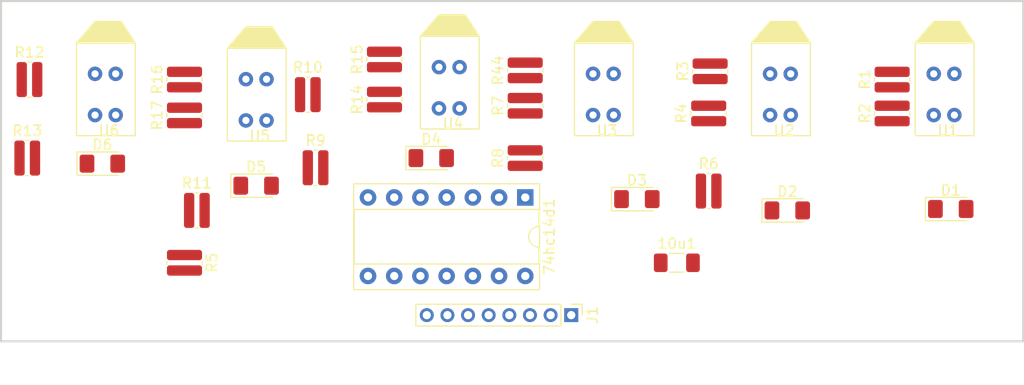
<source format=kicad_pcb>
(kicad_pcb (version 20211014) (generator pcbnew)
  (layers (0 "F.Cu" signal) (31 "B.Cu" signal) (34 "B.Paste" user) (35 "F.Paste" user) (36 "B.SilkS" user "B.Silkscreen") (37 "F.SilkS" user "F.Silkscreen") (38 "B.Mask" user) (39 "F.Mask" user) (44 "Edge.Cuts" user))
  (net 0 "")
  (net 1 "Net-(R1-Pad1)")
  (net 2 "GND")
  (net 3 "Net-(74hc14d1-Pad1)")
  (net 4 "Net-(R3-Pad1)")
  (net 5 "Net-(74hc14d1-Pad3)")
  (net 6 "Net-(R6-Pad1)")
  (net 7 "Net-(74hc14d1-Pad5)")
  (net 8 "Net-(R14-Pad1)")
  (net 9 "Net-(74hc14d1-Pad11)")
  (net 10 "Net-(R16-Pad1)")
  (net 11 "Net-(74hc14d1-Pad9)")
  (net 12 "Net-(R12-Pad1)")
  (net 13 "Net-(74hc14d1-Pad13)")
  (net 14 "VCC")
  (net 15 "Net-(D5-Pad1)")
  (net 16 "Net-(D1-Pad1)")
  (net 17 "Net-(D2-Pad1)")
  (net 18 "Net-(D3-Pad1)")
  (net 19 "Net-(D4-Pad1)")
  (net 20 "Net-(R12-Pad2)")
  (net 21 "Net-(R14-Pad2)")
  (net 22 "Net-(R16-Pad2)")
  (net 23 "Net-(74hc14d1-Pad2)")
  (net 24 "Net-(74hc14d1-Pad4)")
  (net 25 "Net-(74hc14d1-Pad6)")
  (net 26 "Net-(74hc14d1-Pad8)")
  (net 27 "Net-(74hc14d1-Pad10)")
  (net 28 "Pin8")
  (net 29 "Net-(R44-Pad1)")
  (footprint "Resistor_SMD:R_0612_1632Metric" (layer "F.Cu") (at 190.5 83.82 90)
    (fp_text reference "R1" (at 0 -2.65 90) (layer "F.SilkS"))
    (fp_text value "221")
    (fp_line (start -0.182983 1.71) (end 0.182983 1.71) (layer "F.SilkS") (width 0.12))
    (fp_line (start -0.182983 -1.71) (end 0.182983 -1.71) (layer "F.SilkS") (width 0.12))
    (pad "1" smd roundrect (at -0.75 0 90) (size 1 3.4) (layers "F.Cu" "F.Paste" "F.Mask") (net 1 "Net-(R1-Pad1)"))
    (pad "2" smd roundrect (at 0.75 0 90) (size 1 3.4) (layers "F.Cu" "F.Paste" "F.Mask") (net 14 "VCC"))
  )
  (footprint "LED_SMD:LED_1206_3216Metric_Pad1.42x1.75mm_HandSolder" (layer "F.Cu") (at 113.96 91.98)
    (fp_text reference "D6" (at 0 -1.82) (layer "F.SilkS"))
    (fp_text value "LED")
    (fp_line (start -2.46 1.135) (end 1.6 1.135) (layer "F.SilkS") (width 0.12))
    (fp_line (start -2.46 -1.135) (end -2.46 1.135) (layer "F.SilkS") (width 0.12))
    (fp_line (start 1.6 -1.135) (end -2.46 -1.135) (layer "F.SilkS") (width 0.12))
    (pad "1" smd roundrect (at -1.4875 0) (size 1.425 1.75) (layers "F.Cu" "F.Paste" "F.Mask") (roundrect_rratio 0.175439) (net 6 "Net-(R6-Pad1)"))
    (pad "2" smd roundrect (at 1.4875 0) (size 1.425 1.75) (layers "F.Cu" "F.Paste" "F.Mask") (roundrect_rratio 0.175439) (net 28 "Pin8"))
  )
  (footprint "Resistor_SMD:R_0612_1632Metric" (layer "F.Cu") (at 123.12 96.52)
    (fp_text reference "R11" (at 0 -2.65) (layer "F.SilkS"))
    (fp_text value "102")
    (fp_line (start -0.182983 1.71) (end 0.182983 1.71) (layer "F.SilkS") (width 0.12))
    (fp_line (start -0.182983 -1.71) (end 0.182983 -1.71) (layer "F.SilkS") (width 0.12))
    (pad "1" smd roundrect (at -0.75 0) (size 1 3.4) (layers "F.Cu" "F.Paste" "F.Mask") (net 19 "Net-(D4-Pad1)"))
    (pad "2" smd roundrect (at 0.75 0) (size 1 3.4) (layers "F.Cu" "F.Paste" "F.Mask") (net 2 "GND"))
  )
  (footprint "LED_SMD:LED_1206_3216Metric_Pad1.42x1.75mm_HandSolder" (layer "F.Cu") (at 165.76 95.42)
    (fp_text reference "D3" (at 0 -1.82) (layer "F.SilkS"))
    (fp_text value "LED")
    (fp_line (start 1.6 -1.135) (end -2.46 -1.135) (layer "F.SilkS") (width 0.12))
    (fp_line (start -2.46 1.135) (end 1.6 1.135) (layer "F.SilkS") (width 0.12))
    (fp_line (start -2.46 -1.135) (end -2.46 1.135) (layer "F.SilkS") (width 0.12))
    (pad "1" smd roundrect (at -1.4875 0) (size 1.425 1.75) (layers "F.Cu" "F.Paste" "F.Mask") (roundrect_rratio 0.175439) (net 18 "Net-(D3-Pad1)"))
    (pad "2" smd roundrect (at 1.4875 0) (size 1.425 1.75) (layers "F.Cu" "F.Paste" "F.Mask") (roundrect_rratio 0.175439) (net 25 "Net-(74hc14d1-Pad6)"))
  )
  (footprint "Resistor_SMD:R_0612_1632Metric" (layer "F.Cu") (at 154.94 91.44 90)
    (fp_text reference "R8" (at 0 -2.65 90) (layer "F.SilkS"))
    (fp_text value "102")
    (fp_line (start -0.182983 1.71) (end 0.182983 1.71) (layer "F.SilkS") (width 0.12))
    (fp_line (start -0.182983 -1.71) (end 0.182983 -1.71) (layer "F.SilkS") (width 0.12))
    (pad "1" smd roundrect (at -0.75 0 90) (size 1 3.4) (layers "F.Cu" "F.Paste" "F.Mask") (net 16 "Net-(D1-Pad1)"))
    (pad "2" smd roundrect (at 0.75 0 90) (size 1 3.4) (layers "F.Cu" "F.Paste" "F.Mask") (net 2 "GND"))
  )
  (footprint "sensor:tcrt5000" (layer "F.Cu") (at 195.89 89.265)
    (fp_text reference "U1" (at 0 -0.5 unlocked) (layer "F.SilkS"))
    (fp_text value "TCMT4106")
    (fp_rect (start 2.54 0) (end -3.16 -9) (layer "F.SilkS") (width 0.12) (fill none))
    (fp_poly (pts (xy 2.54 -9) (xy -3.16 -9) (xy -1.36 -11.08) (xy 1.18 -11.08)) (layer "F.SilkS") (width 0.12) (fill solid))
    (pad "1" thru_hole circle (at -1.36 -6) (size 1.4 1.4) (drill 0.7) (layers *.Mask "F.Cu" "In1.Cu" "B.Cu") (net 1 "Net-(R1-Pad1)"))
    (pad "2" thru_hole circle (at 0.64 -6) (size 1.4 1.4) (drill 0.7) (layers *.Mask "F.Cu" "In1.Cu" "B.Cu") (net 2 "GND"))
    (pad "15" thru_hole circle (at 0.64 -2) (size 1.4 1.4) (drill 0.7) (layers *.Mask "F.Cu" "In1.Cu" "B.Cu") (net 2 "GND"))
    (pad "16" thru_hole circle (at -1.36 -2) (size 1.4 1.4) (drill 0.7) (layers *.Mask "F.Cu" "In1.Cu" "B.Cu") (net 3 "Net-(74hc14d1-Pad1)"))
  )
  (footprint "Capacitor_SMD:C_1206_3216Metric_Pad1.33x1.80mm_HandSolder" (layer "F.Cu") (at 169.633748 101.6)
    (fp_text reference "10u1" (at 0 -1.85) (layer "F.SilkS"))
    (fp_text value "CAP")
    (fp_line (start -0.711252 0.91) (end 0.711252 0.91) (layer "F.SilkS") (width 0.12))
    (fp_line (start -0.711252 -0.91) (end 0.711252 -0.91) (layer "F.SilkS") (width 0.12))
    (pad "1" smd roundrect (at -1.5625 0) (size 1.325 1.8) (layers "F.Cu" "F.Paste" "F.Mask") (roundrect_rratio 0.188679) (net 14 "VCC"))
    (pad "2" smd roundrect (at 1.5625 0) (size 1.325 1.8) (layers "F.Cu" "F.Paste" "F.Mask") (roundrect_rratio 0.188679) (net 2 "GND"))
  )
  (footprint "Resistor_SMD:R_0612_1632Metric" (layer "F.Cu") (at 190.5 87.11 90)
    (fp_text reference "R2" (at 0 -2.65 90) (layer "F.SilkS"))
    (fp_text value "103")
    (fp_line (start -0.182983 -1.71) (end 0.182983 -1.71) (layer "F.SilkS") (width 0.12))
    (fp_line (start -0.182983 1.71) (end 0.182983 1.71) (layer "F.SilkS") (width 0.12))
    (pad "1" smd roundrect (at -0.75 0 90) (size 1 3.4) (layers "F.Cu" "F.Paste" "F.Mask") (net 3 "Net-(74hc14d1-Pad1)"))
    (pad "2" smd roundrect (at 0.75 0 90) (size 1 3.4) (layers "F.Cu" "F.Paste" "F.Mask") (net 14 "VCC"))
  )
  (footprint "sensor:tcrt5000" (layer "F.Cu") (at 114.61 89.265)
    (fp_text reference "U6" (at 0 -0.5 unlocked) (layer "F.SilkS"))
    (fp_text value "TCMT4106")
    (fp_rect (start 2.54 0) (end -3.16 -9) (layer "F.SilkS") (width 0.12) (fill none))
    (fp_poly (pts (xy 2.54 -9) (xy -3.16 -9) (xy -1.36 -11.08) (xy 1.18 -11.08)) (layer "F.SilkS") (width 0.12) (fill solid))
    (pad "1" thru_hole circle (at -1.36 -6) (size 1.4 1.4) (drill 0.7) (layers *.Mask "F.Cu" "In1.Cu" "B.Cu") (net 12 "Net-(R12-Pad1)"))
    (pad "2" thru_hole circle (at 0.64 -6) (size 1.4 1.4) (drill 0.7) (layers *.Mask "F.Cu" "In1.Cu" "B.Cu") (net 2 "GND"))
    (pad "15" thru_hole circle (at 0.64 -2) (size 1.4 1.4) (drill 0.7) (layers *.Mask "F.Cu" "In1.Cu" "B.Cu") (net 2 "GND"))
    (pad "16" thru_hole circle (at -1.36 -2) (size 1.4 1.4) (drill 0.7) (layers *.Mask "F.Cu" "In1.Cu" "B.Cu") (net 13 "Net-(74hc14d1-Pad13)"))
  )
  (footprint "Resistor_SMD:R_0612_1632Metric" (layer "F.Cu") (at 172.72 87.11 90)
    (fp_text reference "R4" (at 0 -2.65 90) (layer "F.SilkS"))
    (fp_text value "103")
    (fp_line (start -0.182983 -1.71) (end 0.182983 -1.71) (layer "F.SilkS") (width 0.12))
    (fp_line (start -0.182983 1.71) (end 0.182983 1.71) (layer "F.SilkS") (width 0.12))
    (pad "1" smd roundrect (at -0.75 0 90) (size 1 3.4) (layers "F.Cu" "F.Paste" "F.Mask") (net 5 "Net-(74hc14d1-Pad3)"))
    (pad "2" smd roundrect (at 0.75 0 90) (size 1 3.4) (layers "F.Cu" "F.Paste" "F.Mask") (net 14 "VCC"))
  )
  (footprint "Resistor_SMD:R_0612_1632Metric" (layer "F.Cu") (at 121.92 87.3 90)
    (fp_text reference "R17" (at 0 -2.65 90) (layer "F.SilkS"))
    (fp_text value "103")
    (fp_line (start -0.182983 -1.71) (end 0.182983 -1.71) (layer "F.SilkS") (width 0.12))
    (fp_line (start -0.182983 1.71) (end 0.182983 1.71) (layer "F.SilkS") (width 0.12))
    (pad "1" smd roundrect (at -0.75 0 90) (size 1 3.4) (layers "F.Cu" "F.Paste" "F.Mask") (net 11 "Net-(74hc14d1-Pad9)"))
    (pad "2" smd roundrect (at 0.75 0 90) (size 1 3.4) (layers "F.Cu" "F.Paste" "F.Mask") (net 22 "Net-(R16-Pad2)"))
  )
  (footprint "LED_SMD:LED_1206_3216Metric_Pad1.42x1.75mm_HandSolder" (layer "F.Cu") (at 128.8625 94.12)
    (fp_text reference "D5" (at 0 -1.82) (layer "F.SilkS"))
    (fp_text value "LED")
    (fp_line (start 1.6 -1.135) (end -2.46 -1.135) (layer "F.SilkS") (width 0.12))
    (fp_line (start -2.46 -1.135) (end -2.46 1.135) (layer "F.SilkS") (width 0.12))
    (fp_line (start -2.46 1.135) (end 1.6 1.135) (layer "F.SilkS") (width 0.12))
    (pad "1" smd roundrect (at -1.4875 0) (size 1.425 1.75) (layers "F.Cu" "F.Paste" "F.Mask") (roundrect_rratio 0.175439) (net 15 "Net-(D5-Pad1)"))
    (pad "2" smd roundrect (at 1.4875 0) (size 1.425 1.75) (layers "F.Cu" "F.Paste" "F.Mask") (roundrect_rratio 0.175439) (net 26 "Net-(74hc14d1-Pad8)"))
  )
  (footprint "Resistor_SMD:R_0612_1632Metric" (layer "F.Cu") (at 133.87 85.285)
    (fp_text reference "R10" (at 0 -2.65) (layer "F.SilkS"))
    (fp_text value "102")
    (fp_line (start -0.182983 1.71) (end 0.182983 1.71) (layer "F.SilkS") (width 0.12))
    (fp_line (start -0.182983 -1.71) (end 0.182983 -1.71) (layer "F.SilkS") (width 0.12))
    (pad "1" smd roundrect (at -0.75 0) (size 1 3.4) (layers "F.Cu" "F.Paste" "F.Mask") (net 18 "Net-(D3-Pad1)"))
    (pad "2" smd roundrect (at 0.75 0) (size 1 3.4) (layers "F.Cu" "F.Paste" "F.Mask") (net 2 "GND"))
  )
  (footprint "Resistor_SMD:R_0612_1632Metric" (layer "F.Cu") (at 141.3 85.76 90)
    (fp_text reference "R14" (at 0 -2.65 90) (layer "F.SilkS"))
    (fp_text value "221")
    (fp_line (start -0.182983 1.71) (end 0.182983 1.71) (layer "F.SilkS") (width 0.12))
    (fp_line (start -0.182983 -1.71) (end 0.182983 -1.71) (layer "F.SilkS") (width 0.12))
    (pad "1" smd roundrect (at -0.75 0 90) (size 1 3.4) (layers "F.Cu" "F.Paste" "F.Mask") (net 8 "Net-(R14-Pad1)"))
    (pad "2" smd roundrect (at 0.75 0 90) (size 1 3.4) (layers "F.Cu" "F.Paste" "F.Mask") (net 21 "Net-(R14-Pad2)"))
  )
  (footprint "LED_SMD:LED_1206_3216Metric_Pad1.42x1.75mm_HandSolder" (layer "F.Cu") (at 180.34 96.52)
    (fp_text reference "D2" (at 0 -1.82) (layer "F.SilkS"))
    (fp_text value "LED")
    (fp_line (start -2.46 1.135) (end 1.6 1.135) (layer "F.SilkS") (width 0.12))
    (fp_line (start -2.46 -1.135) (end -2.46 1.135) (layer "F.SilkS") (width 0.12))
    (fp_line (start 1.6 -1.135) (end -2.46 -1.135) (layer "F.SilkS") (width 0.12))
    (pad "1" smd roundrect (at -1.4875 0) (size 1.425 1.75) (layers "F.Cu" "F.Paste" "F.Mask") (roundrect_rratio 0.175439) (net 17 "Net-(D2-Pad1)"))
    (pad "2" smd roundrect (at 1.4875 0) (size 1.425 1.75) (layers "F.Cu" "F.Paste" "F.Mask") (roundrect_rratio 0.175439) (net 24 "Net-(74hc14d1-Pad4)"))
  )
  (footprint "Resistor_SMD:R_0612_1632Metric" (layer "F.Cu") (at 154.94 86.36 90)
    (fp_text reference "R7" (at 0 -2.65 90) (layer "F.SilkS"))
    (fp_text value "103")
    (fp_line (start -0.182983 -1.71) (end 0.182983 -1.71) (layer "F.SilkS") (width 0.12))
    (fp_line (start -0.182983 1.71) (end 0.182983 1.71) (layer "F.SilkS") (width 0.12))
    (pad "1" smd roundrect (at -0.75 0 90) (size 1 3.4) (layers "F.Cu" "F.Paste" "F.Mask") (net 7 "Net-(74hc14d1-Pad5)"))
    (pad "2" smd roundrect (at 0.75 0 90) (size 1 3.4) (layers "F.Cu" "F.Paste" "F.Mask") (net 14 "VCC"))
  )
  (footprint "sensor:tcrt5000" (layer "F.Cu") (at 147.94 88.615)
    (fp_text reference "U4" (at 0 -0.5 unlocked) (layer "F.SilkS"))
    (fp_text value "TCMT4106")
    (fp_rect (start 2.54 0) (end -3.16 -9) (layer "F.SilkS") (width 0.12) (fill none))
    (fp_poly (pts (xy 2.54 -9) (xy -3.16 -9) (xy -1.36 -11.08) (xy 1.18 -11.08)) (layer "F.SilkS") (width 0.12) (fill solid))
    (pad "1" thru_hole circle (at -1.36 -6) (size 1.4 1.4) (drill 0.7) (layers *.Mask "F.Cu" "In1.Cu" "B.Cu") (net 8 "Net-(R14-Pad1)"))
    (pad "2" thru_hole circle (at 0.64 -6) (size 1.4 1.4) (drill 0.7) (layers *.Mask "F.Cu" "In1.Cu" "B.Cu") (net 2 "GND"))
    (pad "15" thru_hole circle (at 0.64 -2) (size 1.4 1.4) (drill 0.7) (layers *.Mask "F.Cu" "In1.Cu" "B.Cu") (net 2 "GND"))
    (pad "16" thru_hole circle (at -1.36 -2) (size 1.4 1.4) (drill 0.7) (layers *.Mask "F.Cu" "In1.Cu" "B.Cu") (net 9 "Net-(74hc14d1-Pad11)"))
  )
  (footprint "Connector_PinHeader_2.00mm:PinHeader_1x08_P2.00mm_Vertical" (layer "F.Cu") (at 159.4 106.68 -90)
    (fp_text reference "J1" (at 0 -2.06 90) (layer "F.SilkS"))
    (fp_text value "Conn_01x08_Male")
    (fp_line (start -1.06 15.06) (end 1.06 15.06) (layer "F.SilkS") (width 0.12))
    (fp_line (start -1.06 1) (end 1.06 1) (layer "F.SilkS") (width 0.12))
    (fp_line (start -1.06 -1.06) (end 0 -1.06) (layer "F.SilkS") (width 0.12))
    (fp_line (start -1.06 0) (end -1.06 -1.06) (layer "F.SilkS") (width 0.12))
    (fp_line (start 1.06 1) (end 1.06 15.06) (layer "F.SilkS") (width 0.12))
    (fp_line (start -1.06 1) (end -1.06 15.06) (layer "F.SilkS") (width 0.12))
    (pad "1" thru_hole rect (at 0 0 270) (size 1.35 1.35) (drill 0.8) (layers *.Cu *.Mask) (net 2 "GND"))
    (pad "2" thru_hole oval (at 0 2 270) (size 1.35 1.35) (drill 0.8) (layers *.Cu *.Mask) (net 14 "VCC"))
    (pad "3" thru_hole oval (at 0 4 270) (size 1.35 1.35) (drill 0.8) (layers *.Cu *.Mask) (net 23 "Net-(74hc14d1-Pad2)"))
    (pad "4" thru_hole oval (at 0 6 270) (size 1.35 1.35) (drill 0.8) (layers *.Cu *.Mask) (net 24 "Net-(74hc14d1-Pad4)"))
    (pad "5" thru_hole oval (at 0 8 270) (size 1.35 1.35) (drill 0.8) (layers *.Cu *.Mask) (net 25 "Net-(74hc14d1-Pad6)"))
    (pad "6" thru_hole oval (at 0 10 270) (size 1.35 1.35) (drill 0.8) (layers *.Cu *.Mask) (net 27 "Net-(74hc14d1-Pad10)"))
    (pad "7" thru_hole oval (at 0 12 270) (size 1.35 1.35) (drill 0.8) (layers *.Cu *.Mask) (net 26 "Net-(74hc14d1-Pad8)"))
    (pad "8" thru_hole oval (at 0 14 270) (size 1.35 1.35) (drill 0.8) (layers *.Cu *.Mask) (net 28 "Pin8"))
  )
  (footprint "Resistor_SMD:R_0612_1632Metric" (layer "F.Cu") (at 121.92 83.82 90)
    (fp_text reference "R16" (at 0 -2.65 90) (layer "F.SilkS"))
    (fp_text value "221")
    (fp_line (start -0.182983 1.71) (end 0.182983 1.71) (layer "F.SilkS") (width 0.12))
    (fp_line (start -0.182983 -1.71) (end 0.182983 -1.71) (layer "F.SilkS") (width 0.12))
    (pad "1" smd roundrect (at -0.75 0 90) (size 1 3.4) (layers "F.Cu" "F.Paste" "F.Mask") (net 10 "Net-(R16-Pad1)"))
    (pad "2" smd roundrect (at 0.75 0 90) (size 1 3.4) (layers "F.Cu" "F.Paste" "F.Mask") (net 22 "Net-(R16-Pad2)"))
  )
  (footprint "sensor:tcrt5000" (layer "F.Cu") (at 129.23 89.785)
    (fp_text reference "U5" (at 0 -0.5 unlocked) (layer "F.SilkS"))
    (fp_text value "TCMT4106")
    (fp_rect (start 2.54 0) (end -3.16 -9) (layer "F.SilkS") (width 0.12) (fill none))
    (fp_poly (pts (xy 2.54 -9) (xy -3.16 -9) (xy -1.36 -11.08) (xy 1.18 -11.08)) (layer "F.SilkS") (width 0.12) (fill solid))
    (pad "1" thru_hole circle (at -1.36 -6) (size 1.4 1.4) (drill 0.7) (layers *.Mask "F.Cu" "In1.Cu" "B.Cu") (net 10 "Net-(R16-Pad1)"))
    (pad "2" thru_hole circle (at 0.64 -6) (size 1.4 1.4) (drill 0.7) (layers *.Mask "F.Cu" "In1.Cu" "B.Cu") (net 2 "GND"))
    (pad "15" thru_hole circle (at 0.64 -2) (size 1.4 1.4) (drill 0.7) (layers *.Mask "F.Cu" "In1.Cu" "B.Cu") (net 2 "GND"))
    (pad "16" thru_hole circle (at -1.36 -2) (size 1.4 1.4) (drill 0.7) (layers *.Mask "F.Cu" "In1.Cu" "B.Cu") (net 11 "Net-(74hc14d1-Pad9)"))
  )
  (footprint "LED_SMD:LED_1206_3216Metric_Pad1.42x1.75mm_HandSolder" (layer "F.Cu") (at 145.8325 91.44)
    (fp_text reference "D4" (at 0 -1.82) (layer "F.SilkS"))
    (fp_text value "LED")
    (fp_line (start -2.46 -1.135) (end -2.46 1.135) (layer "F.SilkS") (width 0.12))
    (fp_line (start 1.6 -1.135) (end -2.46 -1.135) (layer "F.SilkS") (width 0.12))
    (fp_line (start -2.46 1.135) (end 1.6 1.135) (layer "F.SilkS") (width 0.12))
    (pad "1" smd roundrect (at -1.4875 0) (size 1.425 1.75) (layers "F.Cu" "F.Paste" "F.Mask") (roundrect_rratio 0.175439) (net 19 "Net-(D4-Pad1)"))
    (pad "2" smd roundrect (at 1.4875 0) (size 1.425 1.75) (layers "F.Cu" "F.Paste" "F.Mask") (roundrect_rratio 0.175439) (net 27 "Net-(74hc14d1-Pad10)"))
  )
  (footprint "Resistor_SMD:R_0612_1632Metric" (layer "F.Cu") (at 141.3 81.87 90)
    (fp_text reference "R15" (at 0 -2.65 90) (layer "F.SilkS"))
    (fp_text value "103")
    (fp_line (start -0.182983 -1.71) (end 0.182983 -1.71) (layer "F.SilkS") (width 0.12))
    (fp_line (start -0.182983 1.71) (end 0.182983 1.71) (layer "F.SilkS") (width 0.12))
    (pad "1" smd roundrect (at -0.75 0 90) (size 1 3.4) (layers "F.Cu" "F.Paste" "F.Mask") (net 9 "Net-(74hc14d1-Pad11)"))
    (pad "2" smd roundrect (at 0.75 0 90) (size 1 3.4) (layers "F.Cu" "F.Paste" "F.Mask") (net 21 "Net-(R14-Pad2)"))
  )
  (footprint "Package_DIP:DIP-14_W7.62mm_Socket" (layer "F.Cu") (at 154.945 95.26 -90)
    (fp_text reference "74hc14d1" (at 3.81 -2.33 90) (layer "F.SilkS"))
    (fp_text value "A_14-LC-TT")
    (fp_line (start 1.16 -1.33) (end 1.16 16.57) (layer "F.SilkS") (width 0.12))
    (fp_line (start 6.46 -1.33) (end 4.81 -1.33) (layer "F.SilkS") (width 0.12))
    (fp_line (start 6.46 16.57) (end 6.46 -1.33) (layer "F.SilkS") (width 0.12))
    (fp_line (start -1.33 -1.39) (end -1.33 16.63) (layer "F.SilkS") (width 0.12))
    (fp_line (start 2.81 -1.33) (end 1.16 -1.33) (layer "F.SilkS") (width 0.12))
    (fp_line (start 8.95 -1.39) (end -1.33 -1.39) (layer "F.SilkS") (width 0.12))
    (fp_line (start 8.95 16.63) (end 8.95 -1.39) (layer "F.SilkS") (width 0.12))
    (fp_line (start 1.16 16.57) (end 6.46 16.57) (layer "F.SilkS") (width 0.12))
    (fp_line (start -1.33 16.63) (end 8.95 16.63) (layer "F.SilkS") (width 0.12))
    (fp_arc (start 4.81 -1.33) (mid 3.81 -0.33) (end 2.81 -1.33) (layer "F.SilkS") (width 0.12))
    (pad "1" thru_hole rect (at 0 0 270) (size 1.6 1.6) (drill 0.8) (layers *.Cu *.Mask) (net 3 "Net-(74hc14d1-Pad1)"))
    (pad "2" thru_hole oval (at 0 2.54 270) (size 1.6 1.6) (drill 0.8) (layers *.Cu *.Mask) (net 23 "Net-(74hc14d1-Pad2)"))
    (pad "3" thru_hole oval (at 0 5.08 270) (size 1.6 1.6) (drill 0.8) (layers *.Cu *.Mask) (net 5 "Net-(74hc14d1-Pad3)"))
    (pad "4" thru_hole oval (at 0 7.62 270) (size 1.6 1.6) (drill 0.8) (layers *.Cu *.Mask) (net 24 "Net-(74hc14d1-Pad4)"))
    (pad "5" thru_hole oval (at 0 10.16 270) (size 1.6 1.6) (drill 0.8) (layers *.Cu *.Mask) (net 7 "Net-(74hc14d1-Pad5)"))
    (pad "6" thru_hole oval (at 0 12.7 270) (size 1.6 1.6) (drill 0.8) (layers *.Cu *.Mask) (net 25 "Net-(74hc14d1-Pad6)"))
    (pad "7" thru_hole oval (at 0 15.24 270) (size 1.6 1.6) (drill 0.8) (layers *.Cu *.Mask) (net 2 "GND"))
    (pad "8" thru_hole oval (at 7.62 15.24 270) (size 1.6 1.6) (drill 0.8) (layers *.Cu *.Mask) (net 26 "Net-(74hc14d1-Pad8)"))
    (pad "9" thru_hole oval (at 7.62 12.7 270) (size 1.6 1.6) (drill 0.8) (layers *.Cu *.Mask) (net 11 "Net-(74hc14d1-Pad9)"))
    (pad "10" thru_hole oval (at 7.62 10.16 270) (size 1.6 1.6) (drill 0.8) (layers *.Cu *.Mask) (net 27 "Net-(74hc14d1-Pad10)"))
    (pad "11" thru_hole oval (at 7.62 7.62 270) (size 1.6 1.6) (drill 0.8) (layers *.Cu *.Mask) (net 9 "Net-(74hc14d1-Pad11)"))
    (pad "12" thru_hole oval (at 7.62 5.08 270) (size 1.6 1.6) (drill 0.8) (layers *.Cu *.Mask) (net 28 "Pin8"))
    (pad "13" thru_hole oval (at 7.62 2.54 270) (size 1.6 1.6) (drill 0.8) (layers *.Cu *.Mask) (net 13 "Net-(74hc14d1-Pad13)"))
    (pad "14" thru_hole oval (at 7.62 0 270) (size 1.6 1.6) (drill 0.8) (layers *.Cu *.Mask) (net 14 "VCC"))
  )
  (footprint "Resistor_SMD:R_0612_1632Metric" (layer "F.Cu") (at 154.94 82.93 90)
    (fp_text reference "R44" (at 0 -2.65 90) (layer "F.SilkS"))
    (fp_text value "221")
    (fp_line (start -0.182983 -1.71) (end 0.182983 -1.71) (layer "F.SilkS") (width 0.12))
    (fp_line (start -0.182983 1.71) (end 0.182983 1.71) (layer "F.SilkS") (width 0.12))
    (pad "1" smd roundrect (at -0.75 0 90) (size 1 3.4) (layers "F.Cu" "F.Paste" "F.Mask") (net 29 "Net-(R44-Pad1)"))
    (pad "2" smd roundrect (at 0.75 0 90) (size 1 3.4) (layers "F.Cu" "F.Paste" "F.Mask") (net 14 "VCC"))
  )
  (footprint "Resistor_SMD:R_0612_1632Metric" (layer "F.Cu") (at 121.92 101.6 -90)
    (fp_text reference "R5" (at 0 -2.65 90) (layer "F.SilkS"))
    (fp_text value "102")
    (fp_line (start -0.182983 1.71) (end 0.182983 1.71) (layer "F.SilkS") (width 0.12))
    (fp_line (start -0.182983 -1.71) (end 0.182983 -1.71) (layer "F.SilkS") (width 0.12))
    (pad "1" smd roundrect (at -0.75 0 270) (size 1 3.4) (layers "F.Cu" "F.Paste" "F.Mask") (net 15 "Net-(D5-Pad1)"))
    (pad "2" smd roundrect (at 0.75 0 270) (size 1 3.4) (layers "F.Cu" "F.Paste" "F.Mask") (net 2 "GND"))
  )
  (footprint "Resistor_SMD:R_0612_1632Metric" (layer "F.Cu") (at 106.897017 83.82)
    (fp_text reference "R12" (at 0 -2.65) (layer "F.SilkS"))
    (fp_text value "221")
    (fp_line (start -0.182983 1.71) (end 0.182983 1.71) (layer "F.SilkS") (width 0.12))
    (fp_line (start -0.182983 -1.71) (end 0.182983 -1.71) (layer "F.SilkS") (width 0.12))
    (pad "1" smd roundrect (at -0.75 0) (size 1 3.4) (layers "F.Cu" "F.Paste" "F.Mask") (net 12 "Net-(R12-Pad1)"))
    (pad "2" smd roundrect (at 0.75 0) (size 1 3.4) (layers "F.Cu" "F.Paste" "F.Mask") (net 20 "Net-(R12-Pad2)"))
  )
  (footprint "Resistor_SMD:R_0612_1632Metric" (layer "F.Cu") (at 172.72 94.64)
    (fp_text reference "R6" (at 0 -2.65) (layer "F.SilkS"))
    (fp_text value "102")
    (fp_line (start -0.182983 1.71) (end 0.182983 1.71) (layer "F.SilkS") (width 0.12))
    (fp_line (start -0.182983 -1.71) (end 0.182983 -1.71) (layer "F.SilkS") (width 0.12))
    (pad "1" smd roundrect (at -0.75 0) (size 1 3.4) (layers "F.Cu" "F.Paste" "F.Mask") (net 6 "Net-(R6-Pad1)"))
    (pad "2" smd roundrect (at 0.75 0) (size 1 3.4) (layers "F.Cu" "F.Paste" "F.Mask") (net 2 "GND"))
  )
  (footprint "Resistor_SMD:R_0612_1632Metric" (layer "F.Cu") (at 106.68 91.44)
    (fp_text reference "R13" (at 0 -2.65) (layer "F.SilkS"))
    (fp_text value "103")
    (fp_line (start -0.182983 -1.71) (end 0.182983 -1.71) (layer "F.SilkS") (width 0.12))
    (fp_line (start -0.182983 1.71) (end 0.182983 1.71) (layer "F.SilkS") (width 0.12))
    (pad "1" smd roundrect (at -0.75 0) (size 1 3.4) (layers "F.Cu" "F.Paste" "F.Mask") (net 13 "Net-(74hc14d1-Pad13)"))
    (pad "2" smd roundrect (at 0.75 0) (size 1 3.4) (layers "F.Cu" "F.Paste" "F.Mask") (net 20 "Net-(R12-Pad2)"))
  )
  (footprint "LED_SMD:LED_1206_3216Metric_Pad1.42x1.75mm_HandSolder" (layer "F.Cu") (at 196.18 96.38)
    (fp_text reference "D1" (at 0 -1.82) (layer "F.SilkS"))
    (fp_text value "LED")
    (fp_line (start 1.6 -1.135) (end -2.46 -1.135) (layer "F.SilkS") (width 0.12))
    (fp_line (start -2.46 -1.135) (end -2.46 1.135) (layer "F.SilkS") (width 0.12))
    (fp_line (start -2.46 1.135) (end 1.6 1.135) (layer "F.SilkS") (width 0.12))
    (pad "1" smd roundrect (at -1.4875 0) (size 1.425 1.75) (layers "F.Cu" "F.Paste" "F.Mask") (roundrect_rratio 0.175439) (net 16 "Net-(D1-Pad1)"))
    (pad "2" smd roundrect (at 1.4875 0) (size 1.425 1.75) (layers "F.Cu" "F.Paste" "F.Mask") (roundrect_rratio 0.175439) (net 23 "Net-(74hc14d1-Pad2)"))
  )
  (footprint "Resistor_SMD:R_0612_1632Metric" (layer "F.Cu") (at 172.86 83.02 90)
    (fp_text reference "R3" (at 0 -2.65 90) (layer "F.SilkS"))
    (fp_text value "221")
    (fp_line (start -0.182983 -1.71) (end 0.182983 -1.71) (layer "F.SilkS") (width 0.12))
    (fp_line (start -0.182983 1.71) (end 0.182983 1.71) (layer "F.SilkS") (width 0.12))
    (pad "1" smd roundrect (at -0.75 0 90) (size 1 3.4) (layers "F.Cu" "F.Paste" "F.Mask") (net 4 "Net-(R3-Pad1)"))
    (pad "2" smd roundrect (at 0.75 0 90) (size 1 3.4) (layers "F.Cu" "F.Paste" "F.Mask") (net 14 "VCC"))
  )
  (footprint "sensor:tcrt5000" (layer "F.Cu") (at 162.87 89.265)
    (fp_text reference "U3" (at 0 -0.5 unlocked) (layer "F.SilkS"))
    (fp_text value "TCMT4106")
    (fp_rect (start 2.54 0) (end -3.16 -9) (layer "F.SilkS") (width 0.12) (fill none))
    (fp_poly (pts (xy 2.54 -9) (xy -3.16 -9) (xy -1.36 -11.08) (xy 1.18 -11.08)) (layer "F.SilkS") (width 0.12) (fill solid))
    (pad "1" thru_hole circle (at -1.36 -6) (size 1.4 1.4) (drill 0.7) (layers *.Mask "F.Cu" "In1.Cu" "B.Cu") (net 29 "Net-(R44-Pad1)"))
    (pad "2" thru_hole circle (at 0.64 -6) (size 1.4 1.4) (drill 0.7) (layers *.Mask "F.Cu" "In1.Cu" "B.Cu") (net 2 "GND"))
    (pad "15" thru_hole circle (at 0.64 -2) (size 1.4 1.4) (drill 0.7) (layers *.Mask "F.Cu" "In1.Cu" "B.Cu") (net 2 "GND"))
    (pad "16" thru_hole circle (at -1.36 -2) (size 1.4 1.4) (drill 0.7) (layers *.Mask "F.Cu" "In1.Cu" "B.Cu") (net 7 "Net-(74hc14d1-Pad5)"))
  )
  (footprint "sensor:tcrt5000" (layer "F.Cu") (at 180.03 89.265)
    (fp_text reference "U2" (at 0 -0.5 unlocked) (layer "F.SilkS"))
    (fp_text value "TCMT4106")
    (fp_rect (start 2.54 0) (end -3.16 -9) (layer "F.SilkS") (width 0.12) (fill none))
    (fp_poly (pts (xy 2.54 -9) (xy -3.16 -9) (xy -1.36 -11.08) (xy 1.18 -11.08)) (layer "F.SilkS") (width 0.12) (fill solid))
    (pad "1" thru_hole circle (at -1.36 -6) (size 1.4 1.4) (drill 0.7) (layers *.Mask "F.Cu" "In1.Cu" "B.Cu") (net 4 "Net-(R3-Pad1)"))
    (pad "2" thru_hole circle (at 0.64 -6) (size 1.4 1.4) (drill 0.7) (layers *.Mask "F.Cu" "In1.Cu" "B.Cu") (net 2 "GND"))
    (pad "15" thru_hole circle (at 0.64 -2) (size 1.4 1.4) (drill 0.7) (layers *.Mask "F.Cu" "In1.Cu" "B.Cu") (net 2 "GND"))
    (pad "16" thru_hole circle (at -1.36 -2) (size 1.4 1.4) (drill 0.7) (layers *.Mask "F.Cu" "In1.Cu" "B.Cu") (net 5 "Net-(74hc14d1-Pad3)"))
  )
  (footprint "Resistor_SMD:R_0612_1632Metric" (layer "F.Cu") (at 134.62 92.38)
    (fp_text reference "R9" (at 0 -2.65) (layer "F.SilkS"))
    (fp_text value "102")
    (fp_line (start -0.182983 1.71) (end 0.182983 1.71) (layer "F.SilkS") (width 0.12))
    (fp_line (start -0.182983 -1.71) (end 0.182983 -1.71) (layer "F.SilkS") (width 0.12))
    (pad "1" smd roundrect (at -0.75 0) (size 1 3.4) (layers "F.Cu" "F.Paste" "F.Mask") (net 17 "Net-(D2-Pad1)"))
    (pad "2" smd roundrect (at 0.75 0) (size 1 3.4) (layers "F.Cu" "F.Paste" "F.Mask") (net 2 "GND"))
  )
  (gr_rect (start 203.2 76.2) (end 104.14 109.22) (layer "Edge.Cuts") (width 0.2) (fill none))
)
</source>
